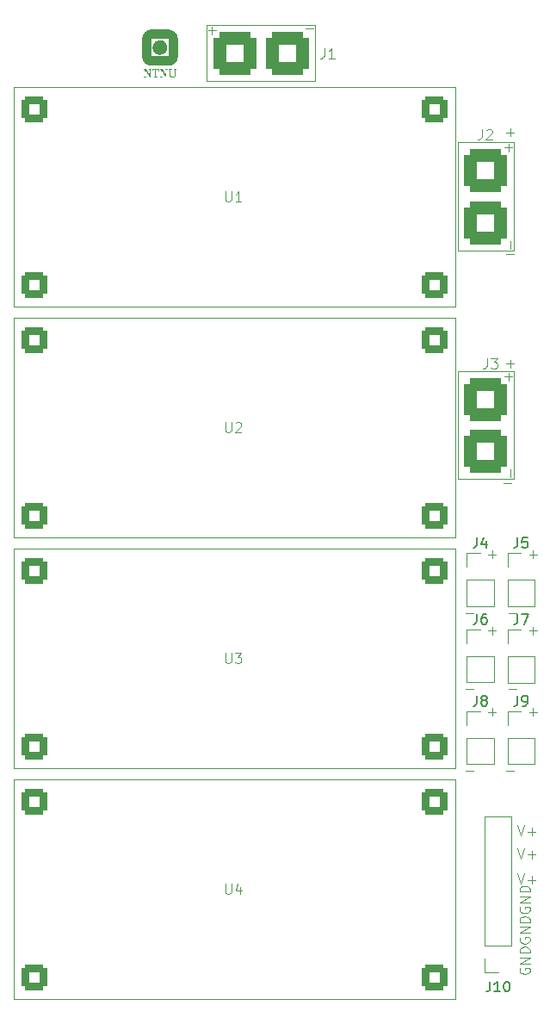
<source format=gto>
G04 #@! TF.GenerationSoftware,KiCad,Pcbnew,9.0.0-9.0.0-2~ubuntu24.04.1*
G04 #@! TF.CreationDate,2025-04-02T19:47:33+02:00*
G04 #@! TF.ProjectId,Buck_InterFace,4275636b-5f49-46e7-9465-72466163652e,rev?*
G04 #@! TF.SameCoordinates,Original*
G04 #@! TF.FileFunction,Legend,Top*
G04 #@! TF.FilePolarity,Positive*
%FSLAX46Y46*%
G04 Gerber Fmt 4.6, Leading zero omitted, Abs format (unit mm)*
G04 Created by KiCad (PCBNEW 9.0.0-9.0.0-2~ubuntu24.04.1) date 2025-04-02 19:47:33*
%MOMM*%
%LPD*%
G01*
G04 APERTURE LIST*
G04 Aperture macros list*
%AMRoundRect*
0 Rectangle with rounded corners*
0 $1 Rounding radius*
0 $2 $3 $4 $5 $6 $7 $8 $9 X,Y pos of 4 corners*
0 Add a 4 corners polygon primitive as box body*
4,1,4,$2,$3,$4,$5,$6,$7,$8,$9,$2,$3,0*
0 Add four circle primitives for the rounded corners*
1,1,$1+$1,$2,$3*
1,1,$1+$1,$4,$5*
1,1,$1+$1,$6,$7*
1,1,$1+$1,$8,$9*
0 Add four rect primitives between the rounded corners*
20,1,$1+$1,$2,$3,$4,$5,0*
20,1,$1+$1,$4,$5,$6,$7,0*
20,1,$1+$1,$6,$7,$8,$9,0*
20,1,$1+$1,$8,$9,$2,$3,0*%
G04 Aperture macros list end*
%ADD10C,0.100000*%
%ADD11C,0.150000*%
%ADD12C,0.120000*%
%ADD13C,0.000000*%
%ADD14O,1.700000X1.700000*%
%ADD15R,1.700000X1.700000*%
%ADD16RoundRect,0.381000X-0.889000X-0.889000X0.889000X-0.889000X0.889000X0.889000X-0.889000X0.889000X0*%
%ADD17RoundRect,0.637500X-1.487500X1.487500X-1.487500X-1.487500X1.487500X-1.487500X1.487500X1.487500X0*%
%ADD18RoundRect,0.637500X-1.487500X-1.487500X1.487500X-1.487500X1.487500X1.487500X-1.487500X1.487500X0*%
G04 APERTURE END LIST*
D10*
X154161027Y-114872419D02*
X154494360Y-115872419D01*
X154494360Y-115872419D02*
X154827693Y-114872419D01*
X155161027Y-115491466D02*
X155922932Y-115491466D01*
X155541979Y-115872419D02*
X155541979Y-115110514D01*
X153053884Y-69491466D02*
X153815789Y-69491466D01*
X153434836Y-69872419D02*
X153434836Y-69110514D01*
X149053884Y-101491466D02*
X149815789Y-101491466D01*
X154161027Y-117122419D02*
X154494360Y-118122419D01*
X154494360Y-118122419D02*
X154827693Y-117122419D01*
X155161027Y-117741466D02*
X155922932Y-117741466D01*
X155541979Y-118122419D02*
X155541979Y-117360514D01*
X153303884Y-93991466D02*
X154065789Y-93991466D01*
X155303884Y-103741466D02*
X156065789Y-103741466D01*
X155684836Y-104122419D02*
X155684836Y-103360514D01*
X153053884Y-46741466D02*
X153815789Y-46741466D01*
X153434836Y-47122419D02*
X153434836Y-46360514D01*
X153303884Y-101491466D02*
X154065789Y-101491466D01*
X155303884Y-95741466D02*
X156065789Y-95741466D01*
X155684836Y-96122419D02*
X155684836Y-95360514D01*
X153053884Y-58741466D02*
X153815789Y-58741466D01*
X151303884Y-103741466D02*
X152065789Y-103741466D01*
X151684836Y-104122419D02*
X151684836Y-103360514D01*
X151303884Y-88241466D02*
X152065789Y-88241466D01*
X151684836Y-88622419D02*
X151684836Y-87860514D01*
X154420038Y-125922306D02*
X154372419Y-126017544D01*
X154372419Y-126017544D02*
X154372419Y-126160401D01*
X154372419Y-126160401D02*
X154420038Y-126303258D01*
X154420038Y-126303258D02*
X154515276Y-126398496D01*
X154515276Y-126398496D02*
X154610514Y-126446115D01*
X154610514Y-126446115D02*
X154800990Y-126493734D01*
X154800990Y-126493734D02*
X154943847Y-126493734D01*
X154943847Y-126493734D02*
X155134323Y-126446115D01*
X155134323Y-126446115D02*
X155229561Y-126398496D01*
X155229561Y-126398496D02*
X155324800Y-126303258D01*
X155324800Y-126303258D02*
X155372419Y-126160401D01*
X155372419Y-126160401D02*
X155372419Y-126065163D01*
X155372419Y-126065163D02*
X155324800Y-125922306D01*
X155324800Y-125922306D02*
X155277180Y-125874687D01*
X155277180Y-125874687D02*
X154943847Y-125874687D01*
X154943847Y-125874687D02*
X154943847Y-126065163D01*
X155372419Y-125446115D02*
X154372419Y-125446115D01*
X154372419Y-125446115D02*
X155372419Y-124874687D01*
X155372419Y-124874687D02*
X154372419Y-124874687D01*
X155372419Y-124398496D02*
X154372419Y-124398496D01*
X154372419Y-124398496D02*
X154372419Y-124160401D01*
X154372419Y-124160401D02*
X154420038Y-124017544D01*
X154420038Y-124017544D02*
X154515276Y-123922306D01*
X154515276Y-123922306D02*
X154610514Y-123874687D01*
X154610514Y-123874687D02*
X154800990Y-123827068D01*
X154800990Y-123827068D02*
X154943847Y-123827068D01*
X154943847Y-123827068D02*
X155134323Y-123874687D01*
X155134323Y-123874687D02*
X155229561Y-123922306D01*
X155229561Y-123922306D02*
X155324800Y-124017544D01*
X155324800Y-124017544D02*
X155372419Y-124160401D01*
X155372419Y-124160401D02*
X155372419Y-124398496D01*
X149053884Y-93991466D02*
X149815789Y-93991466D01*
X151303884Y-95741466D02*
X152065789Y-95741466D01*
X151684836Y-96122419D02*
X151684836Y-95360514D01*
X155303884Y-88241466D02*
X156065789Y-88241466D01*
X155684836Y-88622419D02*
X155684836Y-87860514D01*
X154420038Y-122922306D02*
X154372419Y-123017544D01*
X154372419Y-123017544D02*
X154372419Y-123160401D01*
X154372419Y-123160401D02*
X154420038Y-123303258D01*
X154420038Y-123303258D02*
X154515276Y-123398496D01*
X154515276Y-123398496D02*
X154610514Y-123446115D01*
X154610514Y-123446115D02*
X154800990Y-123493734D01*
X154800990Y-123493734D02*
X154943847Y-123493734D01*
X154943847Y-123493734D02*
X155134323Y-123446115D01*
X155134323Y-123446115D02*
X155229561Y-123398496D01*
X155229561Y-123398496D02*
X155324800Y-123303258D01*
X155324800Y-123303258D02*
X155372419Y-123160401D01*
X155372419Y-123160401D02*
X155372419Y-123065163D01*
X155372419Y-123065163D02*
X155324800Y-122922306D01*
X155324800Y-122922306D02*
X155277180Y-122874687D01*
X155277180Y-122874687D02*
X154943847Y-122874687D01*
X154943847Y-122874687D02*
X154943847Y-123065163D01*
X155372419Y-122446115D02*
X154372419Y-122446115D01*
X154372419Y-122446115D02*
X155372419Y-121874687D01*
X155372419Y-121874687D02*
X154372419Y-121874687D01*
X155372419Y-121398496D02*
X154372419Y-121398496D01*
X154372419Y-121398496D02*
X154372419Y-121160401D01*
X154372419Y-121160401D02*
X154420038Y-121017544D01*
X154420038Y-121017544D02*
X154515276Y-120922306D01*
X154515276Y-120922306D02*
X154610514Y-120874687D01*
X154610514Y-120874687D02*
X154800990Y-120827068D01*
X154800990Y-120827068D02*
X154943847Y-120827068D01*
X154943847Y-120827068D02*
X155134323Y-120874687D01*
X155134323Y-120874687D02*
X155229561Y-120922306D01*
X155229561Y-120922306D02*
X155324800Y-121017544D01*
X155324800Y-121017544D02*
X155372419Y-121160401D01*
X155372419Y-121160401D02*
X155372419Y-121398496D01*
X154161027Y-119622419D02*
X154494360Y-120622419D01*
X154494360Y-120622419D02*
X154827693Y-119622419D01*
X155161027Y-120241466D02*
X155922932Y-120241466D01*
X155541979Y-120622419D02*
X155541979Y-119860514D01*
X153053884Y-109491466D02*
X153815789Y-109491466D01*
X149053884Y-109491466D02*
X149815789Y-109491466D01*
X154420038Y-128922306D02*
X154372419Y-129017544D01*
X154372419Y-129017544D02*
X154372419Y-129160401D01*
X154372419Y-129160401D02*
X154420038Y-129303258D01*
X154420038Y-129303258D02*
X154515276Y-129398496D01*
X154515276Y-129398496D02*
X154610514Y-129446115D01*
X154610514Y-129446115D02*
X154800990Y-129493734D01*
X154800990Y-129493734D02*
X154943847Y-129493734D01*
X154943847Y-129493734D02*
X155134323Y-129446115D01*
X155134323Y-129446115D02*
X155229561Y-129398496D01*
X155229561Y-129398496D02*
X155324800Y-129303258D01*
X155324800Y-129303258D02*
X155372419Y-129160401D01*
X155372419Y-129160401D02*
X155372419Y-129065163D01*
X155372419Y-129065163D02*
X155324800Y-128922306D01*
X155324800Y-128922306D02*
X155277180Y-128874687D01*
X155277180Y-128874687D02*
X154943847Y-128874687D01*
X154943847Y-128874687D02*
X154943847Y-129065163D01*
X155372419Y-128446115D02*
X154372419Y-128446115D01*
X154372419Y-128446115D02*
X155372419Y-127874687D01*
X155372419Y-127874687D02*
X154372419Y-127874687D01*
X155372419Y-127398496D02*
X154372419Y-127398496D01*
X154372419Y-127398496D02*
X154372419Y-127160401D01*
X154372419Y-127160401D02*
X154420038Y-127017544D01*
X154420038Y-127017544D02*
X154515276Y-126922306D01*
X154515276Y-126922306D02*
X154610514Y-126874687D01*
X154610514Y-126874687D02*
X154800990Y-126827068D01*
X154800990Y-126827068D02*
X154943847Y-126827068D01*
X154943847Y-126827068D02*
X155134323Y-126874687D01*
X155134323Y-126874687D02*
X155229561Y-126922306D01*
X155229561Y-126922306D02*
X155324800Y-127017544D01*
X155324800Y-127017544D02*
X155372419Y-127160401D01*
X155372419Y-127160401D02*
X155372419Y-127398496D01*
X152803884Y-81241466D02*
X153565789Y-81241466D01*
D11*
X151440476Y-130224819D02*
X151440476Y-130939104D01*
X151440476Y-130939104D02*
X151392857Y-131081961D01*
X151392857Y-131081961D02*
X151297619Y-131177200D01*
X151297619Y-131177200D02*
X151154762Y-131224819D01*
X151154762Y-131224819D02*
X151059524Y-131224819D01*
X152440476Y-131224819D02*
X151869048Y-131224819D01*
X152154762Y-131224819D02*
X152154762Y-130224819D01*
X152154762Y-130224819D02*
X152059524Y-130367676D01*
X152059524Y-130367676D02*
X151964286Y-130462914D01*
X151964286Y-130462914D02*
X151869048Y-130510533D01*
X153059524Y-130224819D02*
X153154762Y-130224819D01*
X153154762Y-130224819D02*
X153250000Y-130272438D01*
X153250000Y-130272438D02*
X153297619Y-130320057D01*
X153297619Y-130320057D02*
X153345238Y-130415295D01*
X153345238Y-130415295D02*
X153392857Y-130605771D01*
X153392857Y-130605771D02*
X153392857Y-130843866D01*
X153392857Y-130843866D02*
X153345238Y-131034342D01*
X153345238Y-131034342D02*
X153297619Y-131129580D01*
X153297619Y-131129580D02*
X153250000Y-131177200D01*
X153250000Y-131177200D02*
X153154762Y-131224819D01*
X153154762Y-131224819D02*
X153059524Y-131224819D01*
X153059524Y-131224819D02*
X152964286Y-131177200D01*
X152964286Y-131177200D02*
X152916667Y-131129580D01*
X152916667Y-131129580D02*
X152869048Y-131034342D01*
X152869048Y-131034342D02*
X152821429Y-130843866D01*
X152821429Y-130843866D02*
X152821429Y-130605771D01*
X152821429Y-130605771D02*
X152869048Y-130415295D01*
X152869048Y-130415295D02*
X152916667Y-130320057D01*
X152916667Y-130320057D02*
X152964286Y-130272438D01*
X152964286Y-130272438D02*
X153059524Y-130224819D01*
X150166666Y-94084819D02*
X150166666Y-94799104D01*
X150166666Y-94799104D02*
X150119047Y-94941961D01*
X150119047Y-94941961D02*
X150023809Y-95037200D01*
X150023809Y-95037200D02*
X149880952Y-95084819D01*
X149880952Y-95084819D02*
X149785714Y-95084819D01*
X151071428Y-94084819D02*
X150880952Y-94084819D01*
X150880952Y-94084819D02*
X150785714Y-94132438D01*
X150785714Y-94132438D02*
X150738095Y-94180057D01*
X150738095Y-94180057D02*
X150642857Y-94322914D01*
X150642857Y-94322914D02*
X150595238Y-94513390D01*
X150595238Y-94513390D02*
X150595238Y-94894342D01*
X150595238Y-94894342D02*
X150642857Y-94989580D01*
X150642857Y-94989580D02*
X150690476Y-95037200D01*
X150690476Y-95037200D02*
X150785714Y-95084819D01*
X150785714Y-95084819D02*
X150976190Y-95084819D01*
X150976190Y-95084819D02*
X151071428Y-95037200D01*
X151071428Y-95037200D02*
X151119047Y-94989580D01*
X151119047Y-94989580D02*
X151166666Y-94894342D01*
X151166666Y-94894342D02*
X151166666Y-94656247D01*
X151166666Y-94656247D02*
X151119047Y-94561009D01*
X151119047Y-94561009D02*
X151071428Y-94513390D01*
X151071428Y-94513390D02*
X150976190Y-94465771D01*
X150976190Y-94465771D02*
X150785714Y-94465771D01*
X150785714Y-94465771D02*
X150690476Y-94513390D01*
X150690476Y-94513390D02*
X150642857Y-94561009D01*
X150642857Y-94561009D02*
X150595238Y-94656247D01*
D10*
X125426095Y-52551419D02*
X125426095Y-53360942D01*
X125426095Y-53360942D02*
X125473714Y-53456180D01*
X125473714Y-53456180D02*
X125521333Y-53503800D01*
X125521333Y-53503800D02*
X125616571Y-53551419D01*
X125616571Y-53551419D02*
X125807047Y-53551419D01*
X125807047Y-53551419D02*
X125902285Y-53503800D01*
X125902285Y-53503800D02*
X125949904Y-53456180D01*
X125949904Y-53456180D02*
X125997523Y-53360942D01*
X125997523Y-53360942D02*
X125997523Y-52551419D01*
X126997523Y-53551419D02*
X126426095Y-53551419D01*
X126711809Y-53551419D02*
X126711809Y-52551419D01*
X126711809Y-52551419D02*
X126616571Y-52694276D01*
X126616571Y-52694276D02*
X126521333Y-52789514D01*
X126521333Y-52789514D02*
X126426095Y-52837133D01*
D11*
X154166666Y-86584819D02*
X154166666Y-87299104D01*
X154166666Y-87299104D02*
X154119047Y-87441961D01*
X154119047Y-87441961D02*
X154023809Y-87537200D01*
X154023809Y-87537200D02*
X153880952Y-87584819D01*
X153880952Y-87584819D02*
X153785714Y-87584819D01*
X155119047Y-86584819D02*
X154642857Y-86584819D01*
X154642857Y-86584819D02*
X154595238Y-87061009D01*
X154595238Y-87061009D02*
X154642857Y-87013390D01*
X154642857Y-87013390D02*
X154738095Y-86965771D01*
X154738095Y-86965771D02*
X154976190Y-86965771D01*
X154976190Y-86965771D02*
X155071428Y-87013390D01*
X155071428Y-87013390D02*
X155119047Y-87061009D01*
X155119047Y-87061009D02*
X155166666Y-87156247D01*
X155166666Y-87156247D02*
X155166666Y-87394342D01*
X155166666Y-87394342D02*
X155119047Y-87489580D01*
X155119047Y-87489580D02*
X155071428Y-87537200D01*
X155071428Y-87537200D02*
X154976190Y-87584819D01*
X154976190Y-87584819D02*
X154738095Y-87584819D01*
X154738095Y-87584819D02*
X154642857Y-87537200D01*
X154642857Y-87537200D02*
X154595238Y-87489580D01*
X154166666Y-102124819D02*
X154166666Y-102839104D01*
X154166666Y-102839104D02*
X154119047Y-102981961D01*
X154119047Y-102981961D02*
X154023809Y-103077200D01*
X154023809Y-103077200D02*
X153880952Y-103124819D01*
X153880952Y-103124819D02*
X153785714Y-103124819D01*
X154690476Y-103124819D02*
X154880952Y-103124819D01*
X154880952Y-103124819D02*
X154976190Y-103077200D01*
X154976190Y-103077200D02*
X155023809Y-103029580D01*
X155023809Y-103029580D02*
X155119047Y-102886723D01*
X155119047Y-102886723D02*
X155166666Y-102696247D01*
X155166666Y-102696247D02*
X155166666Y-102315295D01*
X155166666Y-102315295D02*
X155119047Y-102220057D01*
X155119047Y-102220057D02*
X155071428Y-102172438D01*
X155071428Y-102172438D02*
X154976190Y-102124819D01*
X154976190Y-102124819D02*
X154785714Y-102124819D01*
X154785714Y-102124819D02*
X154690476Y-102172438D01*
X154690476Y-102172438D02*
X154642857Y-102220057D01*
X154642857Y-102220057D02*
X154595238Y-102315295D01*
X154595238Y-102315295D02*
X154595238Y-102553390D01*
X154595238Y-102553390D02*
X154642857Y-102648628D01*
X154642857Y-102648628D02*
X154690476Y-102696247D01*
X154690476Y-102696247D02*
X154785714Y-102743866D01*
X154785714Y-102743866D02*
X154976190Y-102743866D01*
X154976190Y-102743866D02*
X155071428Y-102696247D01*
X155071428Y-102696247D02*
X155119047Y-102648628D01*
X155119047Y-102648628D02*
X155166666Y-102553390D01*
D10*
X125426095Y-75241419D02*
X125426095Y-76050942D01*
X125426095Y-76050942D02*
X125473714Y-76146180D01*
X125473714Y-76146180D02*
X125521333Y-76193800D01*
X125521333Y-76193800D02*
X125616571Y-76241419D01*
X125616571Y-76241419D02*
X125807047Y-76241419D01*
X125807047Y-76241419D02*
X125902285Y-76193800D01*
X125902285Y-76193800D02*
X125949904Y-76146180D01*
X125949904Y-76146180D02*
X125997523Y-76050942D01*
X125997523Y-76050942D02*
X125997523Y-75241419D01*
X126426095Y-75336657D02*
X126473714Y-75289038D01*
X126473714Y-75289038D02*
X126568952Y-75241419D01*
X126568952Y-75241419D02*
X126807047Y-75241419D01*
X126807047Y-75241419D02*
X126902285Y-75289038D01*
X126902285Y-75289038D02*
X126949904Y-75336657D01*
X126949904Y-75336657D02*
X126997523Y-75431895D01*
X126997523Y-75431895D02*
X126997523Y-75527133D01*
X126997523Y-75527133D02*
X126949904Y-75669990D01*
X126949904Y-75669990D02*
X126378476Y-76241419D01*
X126378476Y-76241419D02*
X126997523Y-76241419D01*
X150666666Y-46457419D02*
X150666666Y-47171704D01*
X150666666Y-47171704D02*
X150619047Y-47314561D01*
X150619047Y-47314561D02*
X150523809Y-47409800D01*
X150523809Y-47409800D02*
X150380952Y-47457419D01*
X150380952Y-47457419D02*
X150285714Y-47457419D01*
X151095238Y-46552657D02*
X151142857Y-46505038D01*
X151142857Y-46505038D02*
X151238095Y-46457419D01*
X151238095Y-46457419D02*
X151476190Y-46457419D01*
X151476190Y-46457419D02*
X151571428Y-46505038D01*
X151571428Y-46505038D02*
X151619047Y-46552657D01*
X151619047Y-46552657D02*
X151666666Y-46647895D01*
X151666666Y-46647895D02*
X151666666Y-46743133D01*
X151666666Y-46743133D02*
X151619047Y-46885990D01*
X151619047Y-46885990D02*
X151047619Y-47457419D01*
X151047619Y-47457419D02*
X151666666Y-47457419D01*
X153286533Y-47857484D02*
X153286533Y-48619389D01*
X152905580Y-48238436D02*
X153667485Y-48238436D01*
X153438933Y-57407884D02*
X153438933Y-58169789D01*
X135166666Y-38457419D02*
X135166666Y-39171704D01*
X135166666Y-39171704D02*
X135119047Y-39314561D01*
X135119047Y-39314561D02*
X135023809Y-39409800D01*
X135023809Y-39409800D02*
X134880952Y-39457419D01*
X134880952Y-39457419D02*
X134785714Y-39457419D01*
X136166666Y-39457419D02*
X135595238Y-39457419D01*
X135880952Y-39457419D02*
X135880952Y-38457419D01*
X135880952Y-38457419D02*
X135785714Y-38600276D01*
X135785714Y-38600276D02*
X135690476Y-38695514D01*
X135690476Y-38695514D02*
X135595238Y-38743133D01*
X123726684Y-36713466D02*
X124488589Y-36713466D01*
X124107636Y-37094419D02*
X124107636Y-36332514D01*
X133277084Y-36561066D02*
X134038989Y-36561066D01*
X151166666Y-68957419D02*
X151166666Y-69671704D01*
X151166666Y-69671704D02*
X151119047Y-69814561D01*
X151119047Y-69814561D02*
X151023809Y-69909800D01*
X151023809Y-69909800D02*
X150880952Y-69957419D01*
X150880952Y-69957419D02*
X150785714Y-69957419D01*
X151547619Y-68957419D02*
X152166666Y-68957419D01*
X152166666Y-68957419D02*
X151833333Y-69338371D01*
X151833333Y-69338371D02*
X151976190Y-69338371D01*
X151976190Y-69338371D02*
X152071428Y-69385990D01*
X152071428Y-69385990D02*
X152119047Y-69433609D01*
X152119047Y-69433609D02*
X152166666Y-69528847D01*
X152166666Y-69528847D02*
X152166666Y-69766942D01*
X152166666Y-69766942D02*
X152119047Y-69862180D01*
X152119047Y-69862180D02*
X152071428Y-69909800D01*
X152071428Y-69909800D02*
X151976190Y-69957419D01*
X151976190Y-69957419D02*
X151690476Y-69957419D01*
X151690476Y-69957419D02*
X151595238Y-69909800D01*
X151595238Y-69909800D02*
X151547619Y-69862180D01*
X153438933Y-79907884D02*
X153438933Y-80669789D01*
X153286533Y-70357484D02*
X153286533Y-71119389D01*
X152905580Y-70738436D02*
X153667485Y-70738436D01*
D11*
X150166666Y-102124819D02*
X150166666Y-102839104D01*
X150166666Y-102839104D02*
X150119047Y-102981961D01*
X150119047Y-102981961D02*
X150023809Y-103077200D01*
X150023809Y-103077200D02*
X149880952Y-103124819D01*
X149880952Y-103124819D02*
X149785714Y-103124819D01*
X150785714Y-102553390D02*
X150690476Y-102505771D01*
X150690476Y-102505771D02*
X150642857Y-102458152D01*
X150642857Y-102458152D02*
X150595238Y-102362914D01*
X150595238Y-102362914D02*
X150595238Y-102315295D01*
X150595238Y-102315295D02*
X150642857Y-102220057D01*
X150642857Y-102220057D02*
X150690476Y-102172438D01*
X150690476Y-102172438D02*
X150785714Y-102124819D01*
X150785714Y-102124819D02*
X150976190Y-102124819D01*
X150976190Y-102124819D02*
X151071428Y-102172438D01*
X151071428Y-102172438D02*
X151119047Y-102220057D01*
X151119047Y-102220057D02*
X151166666Y-102315295D01*
X151166666Y-102315295D02*
X151166666Y-102362914D01*
X151166666Y-102362914D02*
X151119047Y-102458152D01*
X151119047Y-102458152D02*
X151071428Y-102505771D01*
X151071428Y-102505771D02*
X150976190Y-102553390D01*
X150976190Y-102553390D02*
X150785714Y-102553390D01*
X150785714Y-102553390D02*
X150690476Y-102601009D01*
X150690476Y-102601009D02*
X150642857Y-102648628D01*
X150642857Y-102648628D02*
X150595238Y-102743866D01*
X150595238Y-102743866D02*
X150595238Y-102934342D01*
X150595238Y-102934342D02*
X150642857Y-103029580D01*
X150642857Y-103029580D02*
X150690476Y-103077200D01*
X150690476Y-103077200D02*
X150785714Y-103124819D01*
X150785714Y-103124819D02*
X150976190Y-103124819D01*
X150976190Y-103124819D02*
X151071428Y-103077200D01*
X151071428Y-103077200D02*
X151119047Y-103029580D01*
X151119047Y-103029580D02*
X151166666Y-102934342D01*
X151166666Y-102934342D02*
X151166666Y-102743866D01*
X151166666Y-102743866D02*
X151119047Y-102648628D01*
X151119047Y-102648628D02*
X151071428Y-102601009D01*
X151071428Y-102601009D02*
X150976190Y-102553390D01*
D10*
X125426095Y-97931419D02*
X125426095Y-98740942D01*
X125426095Y-98740942D02*
X125473714Y-98836180D01*
X125473714Y-98836180D02*
X125521333Y-98883800D01*
X125521333Y-98883800D02*
X125616571Y-98931419D01*
X125616571Y-98931419D02*
X125807047Y-98931419D01*
X125807047Y-98931419D02*
X125902285Y-98883800D01*
X125902285Y-98883800D02*
X125949904Y-98836180D01*
X125949904Y-98836180D02*
X125997523Y-98740942D01*
X125997523Y-98740942D02*
X125997523Y-97931419D01*
X126378476Y-97931419D02*
X126997523Y-97931419D01*
X126997523Y-97931419D02*
X126664190Y-98312371D01*
X126664190Y-98312371D02*
X126807047Y-98312371D01*
X126807047Y-98312371D02*
X126902285Y-98359990D01*
X126902285Y-98359990D02*
X126949904Y-98407609D01*
X126949904Y-98407609D02*
X126997523Y-98502847D01*
X126997523Y-98502847D02*
X126997523Y-98740942D01*
X126997523Y-98740942D02*
X126949904Y-98836180D01*
X126949904Y-98836180D02*
X126902285Y-98883800D01*
X126902285Y-98883800D02*
X126807047Y-98931419D01*
X126807047Y-98931419D02*
X126521333Y-98931419D01*
X126521333Y-98931419D02*
X126426095Y-98883800D01*
X126426095Y-98883800D02*
X126378476Y-98836180D01*
X125426095Y-120621419D02*
X125426095Y-121430942D01*
X125426095Y-121430942D02*
X125473714Y-121526180D01*
X125473714Y-121526180D02*
X125521333Y-121573800D01*
X125521333Y-121573800D02*
X125616571Y-121621419D01*
X125616571Y-121621419D02*
X125807047Y-121621419D01*
X125807047Y-121621419D02*
X125902285Y-121573800D01*
X125902285Y-121573800D02*
X125949904Y-121526180D01*
X125949904Y-121526180D02*
X125997523Y-121430942D01*
X125997523Y-121430942D02*
X125997523Y-120621419D01*
X126902285Y-120954752D02*
X126902285Y-121621419D01*
X126664190Y-120573800D02*
X126426095Y-121288085D01*
X126426095Y-121288085D02*
X127045142Y-121288085D01*
D11*
X154166666Y-94124819D02*
X154166666Y-94839104D01*
X154166666Y-94839104D02*
X154119047Y-94981961D01*
X154119047Y-94981961D02*
X154023809Y-95077200D01*
X154023809Y-95077200D02*
X153880952Y-95124819D01*
X153880952Y-95124819D02*
X153785714Y-95124819D01*
X154547619Y-94124819D02*
X155214285Y-94124819D01*
X155214285Y-94124819D02*
X154785714Y-95124819D01*
X150166666Y-86584819D02*
X150166666Y-87299104D01*
X150166666Y-87299104D02*
X150119047Y-87441961D01*
X150119047Y-87441961D02*
X150023809Y-87537200D01*
X150023809Y-87537200D02*
X149880952Y-87584819D01*
X149880952Y-87584819D02*
X149785714Y-87584819D01*
X151071428Y-86918152D02*
X151071428Y-87584819D01*
X150833333Y-86537200D02*
X150595238Y-87251485D01*
X150595238Y-87251485D02*
X151214285Y-87251485D01*
D12*
X153580000Y-126730000D02*
X153580000Y-113970000D01*
X153580000Y-126730000D02*
X150920000Y-126730000D01*
X153580000Y-113970000D02*
X150920000Y-113970000D01*
X152250000Y-129330000D02*
X150920000Y-129330000D01*
X150920000Y-129330000D02*
X150920000Y-128000000D01*
X150920000Y-126730000D02*
X150920000Y-113970000D01*
X149170000Y-95630000D02*
X150500000Y-95630000D01*
X149170000Y-96960000D02*
X149170000Y-95630000D01*
X149170000Y-98230000D02*
X149170000Y-100830000D01*
X149170000Y-98230000D02*
X151830000Y-98230000D01*
X149170000Y-100830000D02*
X151830000Y-100830000D01*
X151830000Y-98230000D02*
X151830000Y-100830000D01*
D10*
X104598000Y-42299000D02*
X148032000Y-42299000D01*
X148032000Y-63889000D01*
X104598000Y-63889000D01*
X104598000Y-42299000D01*
D12*
X153170000Y-88130000D02*
X154500000Y-88130000D01*
X153170000Y-89460000D02*
X153170000Y-88130000D01*
X153170000Y-90730000D02*
X153170000Y-93330000D01*
X153170000Y-90730000D02*
X155830000Y-90730000D01*
X153170000Y-93330000D02*
X155830000Y-93330000D01*
X155830000Y-90730000D02*
X155830000Y-93330000D01*
X153170000Y-103670000D02*
X154500000Y-103670000D01*
X153170000Y-105000000D02*
X153170000Y-103670000D01*
X153170000Y-106270000D02*
X153170000Y-108870000D01*
X153170000Y-106270000D02*
X155830000Y-106270000D01*
X153170000Y-108870000D02*
X155830000Y-108870000D01*
X155830000Y-106270000D02*
X155830000Y-108870000D01*
D10*
X104598000Y-64989000D02*
X148032000Y-64989000D01*
X148032000Y-86579000D01*
X104598000Y-86579000D01*
X104598000Y-64989000D01*
X153819400Y-47731400D02*
X148333000Y-47731400D01*
X148333000Y-58348600D01*
X153819400Y-58348600D01*
X153819400Y-47731400D01*
X123600600Y-36180600D02*
X134217800Y-36180600D01*
X134217800Y-41667000D01*
X123600600Y-41667000D01*
X123600600Y-36180600D01*
X153819400Y-70231400D02*
X148333000Y-70231400D01*
X148333000Y-80848600D01*
X153819400Y-80848600D01*
X153819400Y-70231400D01*
D12*
X149170000Y-103670000D02*
X150500000Y-103670000D01*
X149170000Y-105000000D02*
X149170000Y-103670000D01*
X149170000Y-106270000D02*
X149170000Y-108870000D01*
X149170000Y-106270000D02*
X151830000Y-106270000D01*
X149170000Y-108870000D02*
X151830000Y-108870000D01*
X151830000Y-106270000D02*
X151830000Y-108870000D01*
D10*
X104598000Y-87679000D02*
X148032000Y-87679000D01*
X148032000Y-109269000D01*
X104598000Y-109269000D01*
X104598000Y-87679000D01*
X104598000Y-110369000D02*
X148032000Y-110369000D01*
X148032000Y-131959000D01*
X104598000Y-131959000D01*
X104598000Y-110369000D01*
D13*
G36*
X118907142Y-40674999D02*
G01*
X118907142Y-40801785D01*
X118889447Y-40801785D01*
X118871752Y-40801785D01*
X118869830Y-40788392D01*
X118861572Y-40743982D01*
X118850334Y-40704516D01*
X118836309Y-40670484D01*
X118819689Y-40642376D01*
X118805929Y-40625779D01*
X118790135Y-40611553D01*
X118773144Y-40600697D01*
X118753808Y-40592858D01*
X118730979Y-40587685D01*
X118703508Y-40584826D01*
X118670249Y-40583928D01*
X118669467Y-40583928D01*
X118621428Y-40583928D01*
X118621428Y-40942857D01*
X118621428Y-41301785D01*
X118682142Y-41301785D01*
X118742857Y-41301785D01*
X118742857Y-41316071D01*
X118742857Y-41330357D01*
X118558928Y-41330357D01*
X118375000Y-41330357D01*
X118375000Y-41316071D01*
X118375000Y-41301785D01*
X118435714Y-41301785D01*
X118496428Y-41301785D01*
X118496428Y-40942496D01*
X118496428Y-40583208D01*
X118436524Y-40584461D01*
X118414482Y-40584959D01*
X118398168Y-40585539D01*
X118386165Y-40586421D01*
X118377059Y-40587824D01*
X118369435Y-40589968D01*
X118361878Y-40593073D01*
X118352974Y-40597358D01*
X118352749Y-40597469D01*
X118327317Y-40613896D01*
X118304753Y-40636466D01*
X118285346Y-40664660D01*
X118269386Y-40697961D01*
X118257163Y-40735848D01*
X118248967Y-40777805D01*
X118248053Y-40784821D01*
X118245990Y-40801785D01*
X118228352Y-40801785D01*
X118210714Y-40801785D01*
X118210714Y-40674999D01*
X118210714Y-40548214D01*
X118558928Y-40548214D01*
X118907142Y-40548214D01*
X118907142Y-40674999D01*
G37*
G36*
X119047966Y-37682373D02*
G01*
X119115876Y-37690697D01*
X119183114Y-37705619D01*
X119249202Y-37727221D01*
X119308928Y-37753238D01*
X119358804Y-37779755D01*
X119403771Y-37808194D01*
X119445725Y-37839940D01*
X119486563Y-37876375D01*
X119510780Y-37900505D01*
X119555577Y-37950676D01*
X119594032Y-38002447D01*
X119626887Y-38057028D01*
X119654883Y-38115627D01*
X119674864Y-38167898D01*
X119694325Y-38235116D01*
X119706949Y-38303514D01*
X119712828Y-38372551D01*
X119712056Y-38441682D01*
X119704728Y-38510364D01*
X119690937Y-38578056D01*
X119670776Y-38644214D01*
X119644340Y-38708294D01*
X119611722Y-38769755D01*
X119573015Y-38828052D01*
X119557361Y-38848472D01*
X119540890Y-38867885D01*
X119520667Y-38889757D01*
X119498411Y-38912379D01*
X119475842Y-38934038D01*
X119454680Y-38953023D01*
X119441071Y-38964238D01*
X119382231Y-39005838D01*
X119320241Y-39041184D01*
X119255549Y-39070148D01*
X119188602Y-39092598D01*
X119119849Y-39108408D01*
X119049738Y-39117446D01*
X118978717Y-39119584D01*
X118916328Y-39115708D01*
X118847883Y-39104949D01*
X118780758Y-39087409D01*
X118715544Y-39063414D01*
X118652834Y-39033291D01*
X118593220Y-38997364D01*
X118537295Y-38955959D01*
X118485649Y-38909402D01*
X118438876Y-38858018D01*
X118431906Y-38849397D01*
X118390572Y-38791891D01*
X118355592Y-38731656D01*
X118326942Y-38669154D01*
X118304596Y-38604846D01*
X118288527Y-38539194D01*
X118278710Y-38472659D01*
X118275118Y-38405702D01*
X118277726Y-38338785D01*
X118286508Y-38272368D01*
X118301437Y-38206915D01*
X118322488Y-38142885D01*
X118349635Y-38080741D01*
X118382852Y-38020943D01*
X118422113Y-37963954D01*
X118467392Y-37910234D01*
X118485793Y-37891150D01*
X118538138Y-37843702D01*
X118594132Y-37802128D01*
X118653297Y-37766510D01*
X118715151Y-37736928D01*
X118779215Y-37713463D01*
X118845009Y-37696194D01*
X118912052Y-37685203D01*
X118979864Y-37680569D01*
X119047966Y-37682373D01*
G37*
G36*
X118146428Y-40562499D02*
G01*
X118146428Y-40576785D01*
X118098214Y-40576785D01*
X118050000Y-40576785D01*
X118050000Y-40958546D01*
X118050006Y-41019507D01*
X118050014Y-41073719D01*
X118050006Y-41121577D01*
X118049964Y-41163474D01*
X118049871Y-41199803D01*
X118049709Y-41230960D01*
X118049460Y-41257339D01*
X118049107Y-41279332D01*
X118048632Y-41297335D01*
X118048018Y-41311741D01*
X118047247Y-41322944D01*
X118046301Y-41331339D01*
X118045162Y-41337318D01*
X118043814Y-41341277D01*
X118042238Y-41343609D01*
X118040417Y-41344709D01*
X118038334Y-41344970D01*
X118035970Y-41344786D01*
X118033308Y-41344551D01*
X118032743Y-41344533D01*
X118029761Y-41341569D01*
X118022857Y-41332779D01*
X118012100Y-41318261D01*
X117997557Y-41298114D01*
X117979299Y-41272434D01*
X117957394Y-41241320D01*
X117931910Y-41204870D01*
X117902917Y-41163181D01*
X117870484Y-41116352D01*
X117834678Y-41064481D01*
X117795570Y-41007665D01*
X117773214Y-40975126D01*
X117519642Y-40605829D01*
X117518573Y-40927914D01*
X117518439Y-40975905D01*
X117518360Y-41022306D01*
X117518334Y-41066557D01*
X117518359Y-41108101D01*
X117518433Y-41146377D01*
X117518553Y-41180827D01*
X117518719Y-41210893D01*
X117518927Y-41236015D01*
X117519177Y-41255635D01*
X117519466Y-41269193D01*
X117519770Y-41275892D01*
X117522037Y-41301785D01*
X117580661Y-41301785D01*
X117639285Y-41301785D01*
X117639285Y-41316071D01*
X117639285Y-41330357D01*
X117508928Y-41330357D01*
X117378571Y-41330357D01*
X117378571Y-41316071D01*
X117378571Y-41301785D01*
X117430357Y-41301785D01*
X117482142Y-41301785D01*
X117482142Y-40939285D01*
X117482142Y-40576785D01*
X117430357Y-40576785D01*
X117378571Y-40576785D01*
X117378571Y-40562499D01*
X117378571Y-40548214D01*
X117506250Y-40548366D01*
X117633928Y-40548519D01*
X117821300Y-40821581D01*
X117848452Y-40861135D01*
X117874446Y-40898970D01*
X117898998Y-40934677D01*
X117921825Y-40967846D01*
X117942646Y-40998066D01*
X117961177Y-41024929D01*
X117977135Y-41048024D01*
X117990239Y-41066943D01*
X118000205Y-41081275D01*
X118006752Y-41090611D01*
X118009595Y-41094540D01*
X118009693Y-41094642D01*
X118009860Y-41091164D01*
X118010018Y-41081105D01*
X118010165Y-41065026D01*
X118010300Y-41043489D01*
X118010420Y-41017056D01*
X118010522Y-40986287D01*
X118010605Y-40951744D01*
X118010666Y-40913990D01*
X118010703Y-40873585D01*
X118010714Y-40835714D01*
X118010714Y-40576785D01*
X117953571Y-40576785D01*
X117896428Y-40576785D01*
X117896428Y-40562499D01*
X117896428Y-40548214D01*
X118021428Y-40548214D01*
X118146428Y-40548214D01*
X118146428Y-40562499D01*
G37*
G36*
X119735714Y-40562499D02*
G01*
X119735714Y-40576785D01*
X119687500Y-40576785D01*
X119639285Y-40576785D01*
X119639285Y-40958546D01*
X119639292Y-41019511D01*
X119639300Y-41073728D01*
X119639292Y-41121590D01*
X119639250Y-41163490D01*
X119639156Y-41199823D01*
X119638994Y-41230983D01*
X119638745Y-41257364D01*
X119638392Y-41279359D01*
X119637917Y-41297363D01*
X119637302Y-41311769D01*
X119636530Y-41322971D01*
X119635584Y-41331364D01*
X119634445Y-41337340D01*
X119633097Y-41341295D01*
X119631521Y-41343621D01*
X119629700Y-41344714D01*
X119627616Y-41344966D01*
X119625251Y-41344771D01*
X119622589Y-41344524D01*
X119622029Y-41344504D01*
X119619055Y-41341536D01*
X119612165Y-41332751D01*
X119601434Y-41318254D01*
X119586937Y-41298153D01*
X119568748Y-41272552D01*
X119546942Y-41241559D01*
X119521594Y-41205281D01*
X119492777Y-41163822D01*
X119460568Y-41117291D01*
X119425041Y-41065793D01*
X119386269Y-41009434D01*
X119362500Y-40974815D01*
X119108928Y-40605265D01*
X119107830Y-40899061D01*
X119107687Y-40945790D01*
X119107607Y-40991580D01*
X119107590Y-41035764D01*
X119107631Y-41077677D01*
X119107728Y-41116652D01*
X119107880Y-41152026D01*
X119108084Y-41183131D01*
X119108336Y-41209303D01*
X119108636Y-41229875D01*
X119108980Y-41244183D01*
X119109098Y-41247321D01*
X119111466Y-41301785D01*
X119170018Y-41301785D01*
X119228571Y-41301785D01*
X119228571Y-41316071D01*
X119228571Y-41330357D01*
X119098214Y-41330357D01*
X118967857Y-41330357D01*
X118967857Y-41316071D01*
X118967857Y-41301785D01*
X119019642Y-41301785D01*
X119071428Y-41301785D01*
X119071428Y-40939285D01*
X119071428Y-40576785D01*
X119019642Y-40576785D01*
X118967857Y-40576785D01*
X118967857Y-40562499D01*
X118967857Y-40548214D01*
X119095535Y-40548329D01*
X119223214Y-40548445D01*
X119407142Y-40816554D01*
X119434134Y-40855894D01*
X119460027Y-40893624D01*
X119484529Y-40929317D01*
X119507348Y-40962547D01*
X119528190Y-40992891D01*
X119546764Y-41019921D01*
X119562778Y-41043213D01*
X119575938Y-41062340D01*
X119585953Y-41076878D01*
X119592530Y-41086401D01*
X119595377Y-41090484D01*
X119595422Y-41090545D01*
X119596277Y-41090345D01*
X119597022Y-41087017D01*
X119597663Y-41080170D01*
X119598207Y-41069413D01*
X119598661Y-41054357D01*
X119599031Y-41034611D01*
X119599326Y-41009785D01*
X119599551Y-40979489D01*
X119599713Y-40943332D01*
X119599820Y-40900925D01*
X119599877Y-40851876D01*
X119599886Y-40836607D01*
X119600000Y-40576785D01*
X119542857Y-40576785D01*
X119485714Y-40576785D01*
X119485714Y-40562499D01*
X119485714Y-40548214D01*
X119610714Y-40548214D01*
X119735714Y-40548214D01*
X119735714Y-40562499D01*
G37*
G36*
X120164285Y-40562499D02*
G01*
X120164285Y-40576785D01*
X120108928Y-40576785D01*
X120053571Y-40576785D01*
X120053633Y-40866964D01*
X120053653Y-40921689D01*
X120053705Y-40969767D01*
X120053813Y-41011692D01*
X120054001Y-41047958D01*
X120054294Y-41079061D01*
X120054714Y-41105496D01*
X120055287Y-41127757D01*
X120056037Y-41146339D01*
X120056988Y-41161738D01*
X120058163Y-41174447D01*
X120059588Y-41184962D01*
X120061285Y-41193778D01*
X120063280Y-41201390D01*
X120065597Y-41208292D01*
X120068259Y-41214980D01*
X120070906Y-41221079D01*
X120085130Y-41244489D01*
X120105415Y-41264262D01*
X120131606Y-41280282D01*
X120163551Y-41292435D01*
X120167857Y-41293654D01*
X120182506Y-41296402D01*
X120202648Y-41298433D01*
X120226669Y-41299747D01*
X120252957Y-41300344D01*
X120279897Y-41300225D01*
X120305876Y-41299389D01*
X120329280Y-41297837D01*
X120348496Y-41295568D01*
X120358256Y-41293639D01*
X120391963Y-41282681D01*
X120419586Y-41268282D01*
X120441395Y-41250259D01*
X120457659Y-41228433D01*
X120458801Y-41226385D01*
X120462441Y-41219701D01*
X120465637Y-41213555D01*
X120468419Y-41207457D01*
X120470818Y-41200915D01*
X120472865Y-41193440D01*
X120474591Y-41184542D01*
X120476028Y-41173730D01*
X120477207Y-41160515D01*
X120478157Y-41144405D01*
X120478911Y-41124910D01*
X120479500Y-41101540D01*
X120479954Y-41073806D01*
X120480304Y-41041216D01*
X120480582Y-41003281D01*
X120480819Y-40959509D01*
X120481045Y-40909412D01*
X120481205Y-40872321D01*
X120482486Y-40576785D01*
X120425171Y-40576785D01*
X120367857Y-40576785D01*
X120367857Y-40562499D01*
X120367857Y-40548214D01*
X120492857Y-40548214D01*
X120617857Y-40548214D01*
X120617857Y-40562499D01*
X120617857Y-40576785D01*
X120570205Y-40576785D01*
X120522552Y-40576785D01*
X120520215Y-40638392D01*
X120519794Y-40653186D01*
X120519397Y-40674280D01*
X120519031Y-40700834D01*
X120518702Y-40732005D01*
X120518418Y-40766952D01*
X120518186Y-40804832D01*
X120518012Y-40844805D01*
X120517904Y-40886027D01*
X120517868Y-40925424D01*
X120517839Y-40975667D01*
X120517732Y-41019335D01*
X120517507Y-41056997D01*
X120517122Y-41089222D01*
X120516537Y-41116577D01*
X120515712Y-41139631D01*
X120514606Y-41158952D01*
X120513180Y-41175109D01*
X120511392Y-41188669D01*
X120509202Y-41200202D01*
X120506570Y-41210276D01*
X120503455Y-41219458D01*
X120499817Y-41228318D01*
X120495690Y-41237269D01*
X120479668Y-41263384D01*
X120458300Y-41285574D01*
X120431399Y-41303943D01*
X120398779Y-41318595D01*
X120360252Y-41329635D01*
X120316071Y-41337112D01*
X120295164Y-41338931D01*
X120269137Y-41340063D01*
X120239982Y-41340520D01*
X120209686Y-41340316D01*
X120180239Y-41339464D01*
X120153630Y-41337977D01*
X120132142Y-41335905D01*
X120088031Y-41328645D01*
X120050260Y-41318791D01*
X120018398Y-41306032D01*
X119992016Y-41290052D01*
X119970684Y-41270540D01*
X119953973Y-41247182D01*
X119941453Y-41219664D01*
X119933410Y-41191071D01*
X119932342Y-41185427D01*
X119931399Y-41178619D01*
X119930570Y-41170160D01*
X119929845Y-41159565D01*
X119929212Y-41146349D01*
X119928660Y-41130025D01*
X119928177Y-41110108D01*
X119927753Y-41086113D01*
X119927376Y-41057554D01*
X119927035Y-41023945D01*
X119926719Y-40984801D01*
X119926417Y-40939635D01*
X119926117Y-40887963D01*
X119926023Y-40870535D01*
X119924456Y-40576785D01*
X119876513Y-40576785D01*
X119828571Y-40576785D01*
X119828571Y-40562499D01*
X119828571Y-40548214D01*
X119996428Y-40548214D01*
X120164285Y-40548214D01*
X120164285Y-40562499D01*
G37*
G36*
X120019642Y-36665150D02*
G01*
X120074447Y-36676610D01*
X120124426Y-36689818D01*
X120171824Y-36705517D01*
X120218885Y-36724447D01*
X120266071Y-36746465D01*
X120335249Y-36784522D01*
X120399894Y-36828093D01*
X120460045Y-36877210D01*
X120515739Y-36931906D01*
X120567016Y-36992211D01*
X120578329Y-37007066D01*
X120622235Y-37071880D01*
X120660053Y-37140420D01*
X120691771Y-37212663D01*
X120717379Y-37288583D01*
X120736866Y-37368155D01*
X120740251Y-37385714D01*
X120748130Y-37428571D01*
X120749258Y-38382142D01*
X120749376Y-38491489D01*
X120749463Y-38593815D01*
X120749520Y-38689242D01*
X120749545Y-38777891D01*
X120749539Y-38859885D01*
X120749500Y-38935344D01*
X120749429Y-39004391D01*
X120749326Y-39067148D01*
X120749189Y-39123736D01*
X120749019Y-39174277D01*
X120748815Y-39218893D01*
X120748577Y-39257705D01*
X120748305Y-39290836D01*
X120747998Y-39318406D01*
X120747656Y-39340539D01*
X120747278Y-39357355D01*
X120746865Y-39368976D01*
X120746471Y-39374999D01*
X120735700Y-39447979D01*
X120718096Y-39520753D01*
X120693952Y-39592608D01*
X120663560Y-39662836D01*
X120627213Y-39730726D01*
X120585203Y-39795567D01*
X120558841Y-39830883D01*
X120542269Y-39850563D01*
X120521397Y-39873156D01*
X120497640Y-39897296D01*
X120472417Y-39921614D01*
X120447143Y-39944741D01*
X120423234Y-39965310D01*
X120403571Y-39980865D01*
X120342948Y-40022735D01*
X120280964Y-40058629D01*
X120216740Y-40088912D01*
X120149395Y-40113950D01*
X120078051Y-40134110D01*
X120001826Y-40149757D01*
X119994642Y-40150966D01*
X119990504Y-40151579D01*
X119985598Y-40152148D01*
X119979662Y-40152677D01*
X119972434Y-40153166D01*
X119963655Y-40153617D01*
X119953063Y-40154032D01*
X119940395Y-40154413D01*
X119925393Y-40154760D01*
X119907793Y-40155077D01*
X119887335Y-40155364D01*
X119863758Y-40155624D01*
X119836800Y-40155858D01*
X119806201Y-40156068D01*
X119771698Y-40156255D01*
X119733032Y-40156421D01*
X119689940Y-40156568D01*
X119642162Y-40156698D01*
X119589436Y-40156813D01*
X119531501Y-40156913D01*
X119468095Y-40157001D01*
X119398959Y-40157078D01*
X119323830Y-40157147D01*
X119242448Y-40157208D01*
X119154550Y-40157264D01*
X119059876Y-40157317D01*
X119019642Y-40157337D01*
X118938045Y-40157373D01*
X118858232Y-40157400D01*
X118780504Y-40157416D01*
X118705163Y-40157424D01*
X118632508Y-40157423D01*
X118562842Y-40157413D01*
X118496464Y-40157394D01*
X118433676Y-40157367D01*
X118374778Y-40157332D01*
X118320072Y-40157290D01*
X118269858Y-40157239D01*
X118224436Y-40157181D01*
X118184109Y-40157116D01*
X118149176Y-40157044D01*
X118119939Y-40156966D01*
X118096698Y-40156881D01*
X118079754Y-40156789D01*
X118069409Y-40156692D01*
X118066071Y-40156609D01*
X117989945Y-40147533D01*
X117917882Y-40133273D01*
X117848758Y-40113558D01*
X117781450Y-40088114D01*
X117778765Y-40086966D01*
X117708162Y-40052862D01*
X117641554Y-40012996D01*
X117579195Y-39967693D01*
X117521341Y-39917276D01*
X117468249Y-39862071D01*
X117420172Y-39802402D01*
X117377367Y-39738592D01*
X117340090Y-39670967D01*
X117308595Y-39599850D01*
X117283138Y-39525567D01*
X117263975Y-39448441D01*
X117260165Y-39428571D01*
X117251785Y-39382142D01*
X117251785Y-39280357D01*
X118125000Y-39280357D01*
X119000000Y-39280357D01*
X119875000Y-39280357D01*
X119875000Y-38405357D01*
X119875000Y-37530357D01*
X119000000Y-37530357D01*
X118125000Y-37530357D01*
X118125000Y-38405357D01*
X118125000Y-39280357D01*
X117251785Y-39280357D01*
X117251785Y-38407142D01*
X117251785Y-38405357D01*
X117251785Y-37432142D01*
X117259702Y-37387499D01*
X117277256Y-37308057D01*
X117301108Y-37231818D01*
X117331122Y-37158992D01*
X117367164Y-37089787D01*
X117409099Y-37024411D01*
X117456792Y-36963073D01*
X117510107Y-36905982D01*
X117568910Y-36853346D01*
X117633066Y-36805373D01*
X117639285Y-36801166D01*
X117703276Y-36762124D01*
X117770188Y-36728978D01*
X117840577Y-36701506D01*
X117915003Y-36679485D01*
X117980357Y-36665167D01*
X118023214Y-36657142D01*
X119000000Y-36657142D01*
X119976785Y-36657142D01*
X120019642Y-36665150D01*
G37*
D12*
X153170000Y-95670000D02*
X154500000Y-95670000D01*
X153170000Y-97000000D02*
X153170000Y-95670000D01*
X153170000Y-98270000D02*
X153170000Y-100870000D01*
X153170000Y-98270000D02*
X155830000Y-98270000D01*
X153170000Y-100870000D02*
X155830000Y-100870000D01*
X155830000Y-98270000D02*
X155830000Y-100870000D01*
X149170000Y-88130000D02*
X150500000Y-88130000D01*
X149170000Y-89460000D02*
X149170000Y-88130000D01*
X149170000Y-90730000D02*
X149170000Y-93330000D01*
X149170000Y-90730000D02*
X151830000Y-90730000D01*
X149170000Y-93330000D02*
X151830000Y-93330000D01*
X151830000Y-90730000D02*
X151830000Y-93330000D01*
%LPC*%
D14*
X152250000Y-115300000D03*
X152250000Y-117840000D03*
X152250000Y-120380000D03*
X152250000Y-122920000D03*
X152250000Y-125460000D03*
D15*
X152250000Y-128000000D03*
X150500000Y-96960000D03*
D14*
X150500000Y-99500000D03*
D16*
X106630000Y-44458000D03*
X106630000Y-61730000D03*
X146000000Y-44458000D03*
X146000000Y-61730000D03*
D15*
X154500000Y-89460000D03*
D14*
X154500000Y-92000000D03*
D15*
X154500000Y-105000000D03*
D14*
X154500000Y-107540000D03*
D16*
X106630000Y-67148000D03*
X106630000Y-84420000D03*
X146000000Y-67148000D03*
X146000000Y-84420000D03*
D17*
X151000000Y-50500000D03*
X151000000Y-55630800D03*
D18*
X126369200Y-39000000D03*
X131500000Y-39000000D03*
D17*
X151000000Y-73000000D03*
X151000000Y-78130800D03*
D15*
X150500000Y-105000000D03*
D14*
X150500000Y-107540000D03*
D16*
X106630000Y-89838000D03*
X106630000Y-107110000D03*
X146000000Y-89838000D03*
X146000000Y-107110000D03*
X106630000Y-112528000D03*
X106630000Y-129800000D03*
X146000000Y-112528000D03*
X146000000Y-129800000D03*
D15*
X154500000Y-97000000D03*
D14*
X154500000Y-99540000D03*
D15*
X150500000Y-89460000D03*
D14*
X150500000Y-92000000D03*
%LPD*%
M02*

</source>
